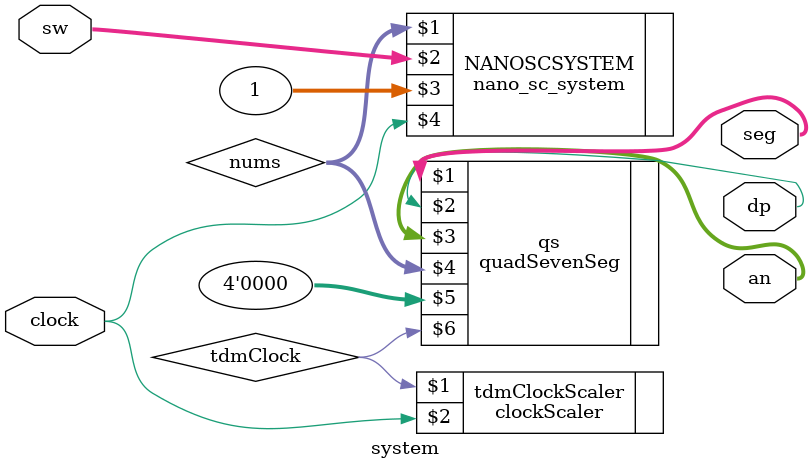
<source format=v>
`timescale 1ns / 1ps


module system(
    output [6:0] seg,
    output dp,
    output [3:0] an,
    input [11:0] sw,
    input clock
    );
    
    clockScaler #(.PERIOD(   4_16667)) tdmClockScaler(tdmClock, clock);
    
    wire [15:0] nums;
//    reg nreset = 0;
    
    quadSevenSeg qs(seg, dp, an, nums, 4'b0, tdmClock);
    nano_sc_system NANOSCSYSTEM(nums, sw, 1, clock);
    
//    always @(posedge ~clock)
//    nreset = 1;
endmodule

</source>
